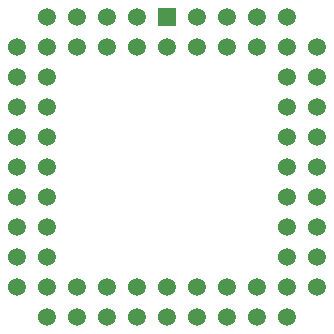
<source format=gbr>
%TF.GenerationSoftware,KiCad,Pcbnew,(5.1.6)-1*%
%TF.CreationDate,2023-06-21T17:15:11-04:00*%
%TF.ProjectId,PLCC68-to-PGA,504c4343-3638-42d7-946f-2d5047412e6b,rev?*%
%TF.SameCoordinates,Original*%
%TF.FileFunction,Soldermask,Top*%
%TF.FilePolarity,Negative*%
%FSLAX46Y46*%
G04 Gerber Fmt 4.6, Leading zero omitted, Abs format (unit mm)*
G04 Created by KiCad (PCBNEW (5.1.6)-1) date 2023-06-21 17:15:11*
%MOMM*%
%LPD*%
G01*
G04 APERTURE LIST*
%ADD10C,1.522400*%
%ADD11R,1.522400X1.522400*%
G04 APERTURE END LIST*
D10*
%TO.C,U2*%
X175900080Y-109961680D03*
X173360080Y-109961680D03*
X170820080Y-109961680D03*
X168280080Y-109961680D03*
X178440080Y-109961680D03*
X180980080Y-109961680D03*
X183520080Y-109961680D03*
X186060080Y-109961680D03*
D11*
X175900080Y-107421680D03*
D10*
X173360080Y-107421680D03*
X170820080Y-107421680D03*
X168280080Y-107421680D03*
X165740080Y-107421680D03*
X178440080Y-107421680D03*
X180980080Y-107421680D03*
X183520080Y-107421680D03*
X165740080Y-109961680D03*
X165740080Y-112501680D03*
X165740080Y-115041680D03*
X165740080Y-117581680D03*
X165740080Y-120121680D03*
X165740080Y-122661680D03*
X165740080Y-125201680D03*
X165740080Y-127741680D03*
X163200080Y-109961680D03*
X163200080Y-112501680D03*
X163200080Y-115041680D03*
X163200080Y-117581680D03*
X163200080Y-120121680D03*
X163200080Y-122661680D03*
X163200080Y-125201680D03*
X163200080Y-127741680D03*
X163200080Y-130281680D03*
X165740080Y-130281680D03*
X168280080Y-130281680D03*
X170820080Y-130281680D03*
X173360080Y-130281680D03*
X175900080Y-130281680D03*
X178440080Y-130281680D03*
X180980080Y-130281680D03*
X183520080Y-130281680D03*
X188600080Y-130281680D03*
X165740080Y-132821680D03*
X168280080Y-132821680D03*
X170820080Y-132821680D03*
X173360080Y-132821680D03*
X175900080Y-132821680D03*
X178440080Y-132821680D03*
X180980080Y-132821680D03*
X183520080Y-132821680D03*
X186060080Y-132821680D03*
X186060080Y-130281680D03*
X186060080Y-127741680D03*
X186060080Y-125201680D03*
X186060080Y-122661680D03*
X186060080Y-120121680D03*
X186060080Y-117581680D03*
X186060080Y-115041680D03*
X186060080Y-112501680D03*
X186060080Y-107421680D03*
X188600080Y-127741680D03*
X188600080Y-125201680D03*
X188600080Y-122661680D03*
X188600080Y-120121680D03*
X188600080Y-117581680D03*
X188600080Y-115041680D03*
X188600080Y-112501680D03*
X188600080Y-109961680D03*
%TD*%
M02*

</source>
